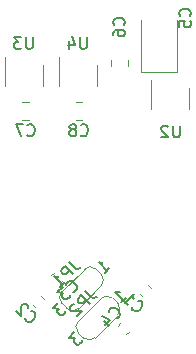
<source format=gbr>
G04 #@! TF.GenerationSoftware,KiCad,Pcbnew,(5.1.9-0-10_14)*
G04 #@! TF.CreationDate,2021-04-21T19:16:31+02:00*
G04 #@! TF.ProjectId,xilinx-cpld-breakout,78696c69-6e78-42d6-9370-6c642d627265,rev?*
G04 #@! TF.SameCoordinates,Original*
G04 #@! TF.FileFunction,Legend,Bot*
G04 #@! TF.FilePolarity,Positive*
%FSLAX46Y46*%
G04 Gerber Fmt 4.6, Leading zero omitted, Abs format (unit mm)*
G04 Created by KiCad (PCBNEW (5.1.9-0-10_14)) date 2021-04-21 19:16:31*
%MOMM*%
%LPD*%
G01*
G04 APERTURE LIST*
%ADD10C,0.120000*%
%ADD11C,0.150000*%
G04 APERTURE END LIST*
D10*
X110230431Y-136426318D02*
X110023578Y-136633171D01*
X109509182Y-135705069D02*
X109302329Y-135911922D01*
X104308000Y-115601500D02*
X104308000Y-113151500D01*
X107528000Y-113801500D02*
X107528000Y-115601500D01*
X99797000Y-115601500D02*
X99797000Y-113151500D01*
X103017000Y-113801500D02*
X103017000Y-115601500D01*
X112116000Y-117570000D02*
X112116000Y-115120000D01*
X115336000Y-115770000D02*
X115336000Y-117570000D01*
X107915343Y-133557944D02*
X105935444Y-135537843D01*
X105970799Y-136492437D02*
X106395063Y-136916701D01*
X107349657Y-136952056D02*
X109329556Y-134972157D01*
X109294201Y-134017563D02*
X108869937Y-133593299D01*
X108869937Y-133593299D02*
G75*
G03*
X107879987Y-133593299I-494975J-494975D01*
G01*
X109294201Y-135007513D02*
G75*
G03*
X109294201Y-134017563I-494975J494975D01*
G01*
X106395063Y-136916701D02*
G75*
G03*
X107385013Y-136916701I494975J494975D01*
G01*
X105970799Y-135502487D02*
G75*
G03*
X105970799Y-136492437I494975J-494975D01*
G01*
X106518343Y-131081444D02*
X104538444Y-133061343D01*
X104573799Y-134015937D02*
X104998063Y-134440201D01*
X105952657Y-134475556D02*
X107932556Y-132495657D01*
X107897201Y-131541063D02*
X107472937Y-131116799D01*
X107472937Y-131116799D02*
G75*
G03*
X106482987Y-131116799I-494975J-494975D01*
G01*
X107897201Y-132531013D02*
G75*
G03*
X107897201Y-131541063I-494975J494975D01*
G01*
X104998063Y-134440201D02*
G75*
G03*
X105988013Y-134440201I494975J494975D01*
G01*
X104573799Y-133025987D02*
G75*
G03*
X104573799Y-134015937I494975J-494975D01*
G01*
X105741748Y-116994000D02*
X106264252Y-116994000D01*
X105741748Y-118464000D02*
X106264252Y-118464000D01*
X101233248Y-116994000D02*
X101755752Y-116994000D01*
X101233248Y-118464000D02*
X101755752Y-118464000D01*
X108739000Y-113904752D02*
X108739000Y-113382248D01*
X110209000Y-113904752D02*
X110209000Y-113382248D01*
X111266000Y-114395000D02*
X111266000Y-110010000D01*
X114286000Y-114395000D02*
X111266000Y-114395000D01*
X114286000Y-110010000D02*
X114286000Y-114395000D01*
X103675949Y-131632302D02*
X103882802Y-131425449D01*
X104397198Y-132353551D02*
X104604051Y-132146698D01*
X102834818Y-133419069D02*
X103041671Y-133625922D01*
X102113569Y-134140318D02*
X102320422Y-134347171D01*
X111890198Y-132504949D02*
X112097051Y-132711802D01*
X111168949Y-133226198D02*
X111375802Y-133433051D01*
D11*
X109125606Y-135292644D02*
X109192949Y-135292644D01*
X109327636Y-135225300D01*
X109394980Y-135157957D01*
X109462323Y-135023269D01*
X109462323Y-134888582D01*
X109428652Y-134787567D01*
X109327636Y-134619208D01*
X109226621Y-134518193D01*
X109058262Y-134417178D01*
X108957247Y-134383506D01*
X108822560Y-134383506D01*
X108687873Y-134450850D01*
X108620529Y-134518193D01*
X108553186Y-134652880D01*
X108553186Y-134720224D01*
X108115453Y-135494674D02*
X108586858Y-135966079D01*
X108014438Y-135056941D02*
X108687873Y-135393659D01*
X108250140Y-135831392D01*
X106679904Y-111466380D02*
X106679904Y-112275904D01*
X106632285Y-112371142D01*
X106584666Y-112418761D01*
X106489428Y-112466380D01*
X106298952Y-112466380D01*
X106203714Y-112418761D01*
X106156095Y-112371142D01*
X106108476Y-112275904D01*
X106108476Y-111466380D01*
X105203714Y-111799714D02*
X105203714Y-112466380D01*
X105441809Y-111418761D02*
X105679904Y-112133047D01*
X105060857Y-112133047D01*
X102107904Y-111466380D02*
X102107904Y-112275904D01*
X102060285Y-112371142D01*
X102012666Y-112418761D01*
X101917428Y-112466380D01*
X101726952Y-112466380D01*
X101631714Y-112418761D01*
X101584095Y-112371142D01*
X101536476Y-112275904D01*
X101536476Y-111466380D01*
X101155523Y-111466380D02*
X100536476Y-111466380D01*
X100869809Y-111847333D01*
X100726952Y-111847333D01*
X100631714Y-111894952D01*
X100584095Y-111942571D01*
X100536476Y-112037809D01*
X100536476Y-112275904D01*
X100584095Y-112371142D01*
X100631714Y-112418761D01*
X100726952Y-112466380D01*
X101012666Y-112466380D01*
X101107904Y-112418761D01*
X101155523Y-112371142D01*
X114553904Y-118959380D02*
X114553904Y-119768904D01*
X114506285Y-119864142D01*
X114458666Y-119911761D01*
X114363428Y-119959380D01*
X114172952Y-119959380D01*
X114077714Y-119911761D01*
X114030095Y-119864142D01*
X113982476Y-119768904D01*
X113982476Y-118959380D01*
X113553904Y-119054619D02*
X113506285Y-119007000D01*
X113411047Y-118959380D01*
X113172952Y-118959380D01*
X113077714Y-119007000D01*
X113030095Y-119054619D01*
X112982476Y-119149857D01*
X112982476Y-119245095D01*
X113030095Y-119387952D01*
X113601523Y-119959380D01*
X112982476Y-119959380D01*
X106561738Y-133005727D02*
X107066814Y-133510803D01*
X107201501Y-133578146D01*
X107336188Y-133578146D01*
X107470875Y-133510803D01*
X107538219Y-133443459D01*
X106932127Y-134049551D02*
X106225020Y-133342444D01*
X105955646Y-133611818D01*
X105921975Y-133712833D01*
X105921975Y-133780177D01*
X105955646Y-133881192D01*
X106056662Y-133982207D01*
X106157677Y-134015879D01*
X106225020Y-134015879D01*
X106326036Y-133982208D01*
X106595410Y-133712833D01*
X105618929Y-134083223D02*
X105551585Y-134083223D01*
X105450570Y-134116895D01*
X105282211Y-134285253D01*
X105248540Y-134386269D01*
X105248540Y-134453612D01*
X105282211Y-134554627D01*
X105349555Y-134621971D01*
X105484242Y-134689314D01*
X106292364Y-134689314D01*
X105854631Y-135127047D01*
X109588829Y-133938434D02*
X109992890Y-133534373D01*
X109790859Y-133736403D02*
X109083752Y-133029296D01*
X109252111Y-133062968D01*
X109386798Y-133062968D01*
X109487813Y-133029296D01*
X105642499Y-136470550D02*
X105204766Y-136908283D01*
X105709842Y-136941955D01*
X105608827Y-137042970D01*
X105575155Y-137143985D01*
X105575155Y-137211329D01*
X105608827Y-137312344D01*
X105777186Y-137480703D01*
X105878201Y-137514374D01*
X105945544Y-137514374D01*
X106046560Y-137480703D01*
X106248590Y-137278672D01*
X106282262Y-137177657D01*
X106282262Y-137110313D01*
X105164738Y-130529227D02*
X105669814Y-131034303D01*
X105804501Y-131101646D01*
X105939188Y-131101646D01*
X106073875Y-131034303D01*
X106141219Y-130966959D01*
X105535127Y-131573051D02*
X104828020Y-130865944D01*
X104558646Y-131135318D01*
X104524975Y-131236333D01*
X104524975Y-131303677D01*
X104558646Y-131404692D01*
X104659662Y-131505707D01*
X104760677Y-131539379D01*
X104828020Y-131539379D01*
X104929036Y-131505708D01*
X105198410Y-131236333D01*
X104457631Y-132650547D02*
X104861692Y-132246486D01*
X104659662Y-132448517D02*
X103952555Y-131741410D01*
X104120914Y-131775082D01*
X104255601Y-131775082D01*
X104356616Y-131741410D01*
X108191829Y-131461934D02*
X108595890Y-131057873D01*
X108393859Y-131259903D02*
X107686752Y-130552796D01*
X107855111Y-130586468D01*
X107989798Y-130586468D01*
X108090813Y-130552796D01*
X104245499Y-133994050D02*
X103807766Y-134431783D01*
X104312842Y-134465455D01*
X104211827Y-134566470D01*
X104178155Y-134667485D01*
X104178155Y-134734829D01*
X104211827Y-134835844D01*
X104380186Y-135004203D01*
X104481201Y-135037874D01*
X104548544Y-135037874D01*
X104649560Y-135004203D01*
X104851590Y-134802172D01*
X104885262Y-134701157D01*
X104885262Y-134633813D01*
X106169666Y-119766142D02*
X106217285Y-119813761D01*
X106360142Y-119861380D01*
X106455380Y-119861380D01*
X106598238Y-119813761D01*
X106693476Y-119718523D01*
X106741095Y-119623285D01*
X106788714Y-119432809D01*
X106788714Y-119289952D01*
X106741095Y-119099476D01*
X106693476Y-119004238D01*
X106598238Y-118909000D01*
X106455380Y-118861380D01*
X106360142Y-118861380D01*
X106217285Y-118909000D01*
X106169666Y-118956619D01*
X105598238Y-119289952D02*
X105693476Y-119242333D01*
X105741095Y-119194714D01*
X105788714Y-119099476D01*
X105788714Y-119051857D01*
X105741095Y-118956619D01*
X105693476Y-118909000D01*
X105598238Y-118861380D01*
X105407761Y-118861380D01*
X105312523Y-118909000D01*
X105264904Y-118956619D01*
X105217285Y-119051857D01*
X105217285Y-119099476D01*
X105264904Y-119194714D01*
X105312523Y-119242333D01*
X105407761Y-119289952D01*
X105598238Y-119289952D01*
X105693476Y-119337571D01*
X105741095Y-119385190D01*
X105788714Y-119480428D01*
X105788714Y-119670904D01*
X105741095Y-119766142D01*
X105693476Y-119813761D01*
X105598238Y-119861380D01*
X105407761Y-119861380D01*
X105312523Y-119813761D01*
X105264904Y-119766142D01*
X105217285Y-119670904D01*
X105217285Y-119480428D01*
X105264904Y-119385190D01*
X105312523Y-119337571D01*
X105407761Y-119289952D01*
X101661166Y-119766142D02*
X101708785Y-119813761D01*
X101851642Y-119861380D01*
X101946880Y-119861380D01*
X102089738Y-119813761D01*
X102184976Y-119718523D01*
X102232595Y-119623285D01*
X102280214Y-119432809D01*
X102280214Y-119289952D01*
X102232595Y-119099476D01*
X102184976Y-119004238D01*
X102089738Y-118909000D01*
X101946880Y-118861380D01*
X101851642Y-118861380D01*
X101708785Y-118909000D01*
X101661166Y-118956619D01*
X101327833Y-118861380D02*
X100661166Y-118861380D01*
X101089738Y-119861380D01*
X109831142Y-110450333D02*
X109878761Y-110402714D01*
X109926380Y-110259857D01*
X109926380Y-110164619D01*
X109878761Y-110021761D01*
X109783523Y-109926523D01*
X109688285Y-109878904D01*
X109497809Y-109831285D01*
X109354952Y-109831285D01*
X109164476Y-109878904D01*
X109069238Y-109926523D01*
X108974000Y-110021761D01*
X108926380Y-110164619D01*
X108926380Y-110259857D01*
X108974000Y-110402714D01*
X109021619Y-110450333D01*
X108926380Y-111307476D02*
X108926380Y-111117000D01*
X108974000Y-111021761D01*
X109021619Y-110974142D01*
X109164476Y-110878904D01*
X109354952Y-110831285D01*
X109735904Y-110831285D01*
X109831142Y-110878904D01*
X109878761Y-110926523D01*
X109926380Y-111021761D01*
X109926380Y-111212238D01*
X109878761Y-111307476D01*
X109831142Y-111355095D01*
X109735904Y-111402714D01*
X109497809Y-111402714D01*
X109402571Y-111355095D01*
X109354952Y-111307476D01*
X109307333Y-111212238D01*
X109307333Y-111021761D01*
X109354952Y-110926523D01*
X109402571Y-110878904D01*
X109497809Y-110831285D01*
X115419142Y-109688333D02*
X115466761Y-109640714D01*
X115514380Y-109497857D01*
X115514380Y-109402619D01*
X115466761Y-109259761D01*
X115371523Y-109164523D01*
X115276285Y-109116904D01*
X115085809Y-109069285D01*
X114942952Y-109069285D01*
X114752476Y-109116904D01*
X114657238Y-109164523D01*
X114562000Y-109259761D01*
X114514380Y-109402619D01*
X114514380Y-109497857D01*
X114562000Y-109640714D01*
X114609619Y-109688333D01*
X114514380Y-110593095D02*
X114514380Y-110116904D01*
X114990571Y-110069285D01*
X114942952Y-110116904D01*
X114895333Y-110212142D01*
X114895333Y-110450238D01*
X114942952Y-110545476D01*
X114990571Y-110593095D01*
X115085809Y-110640714D01*
X115323904Y-110640714D01*
X115419142Y-110593095D01*
X115466761Y-110545476D01*
X115514380Y-110450238D01*
X115514380Y-110212142D01*
X115466761Y-110116904D01*
X115419142Y-110069285D01*
X105521552Y-133035350D02*
X105588895Y-133035350D01*
X105723582Y-132968006D01*
X105790926Y-132900663D01*
X105858269Y-132765975D01*
X105858269Y-132631288D01*
X105824598Y-132530273D01*
X105723582Y-132361914D01*
X105622567Y-132260899D01*
X105454208Y-132159884D01*
X105353193Y-132126212D01*
X105218506Y-132126212D01*
X105083819Y-132193556D01*
X105016475Y-132260899D01*
X104949132Y-132395586D01*
X104949132Y-132462930D01*
X104646086Y-132631288D02*
X104208353Y-133069021D01*
X104713430Y-133102693D01*
X104612414Y-133203708D01*
X104578743Y-133304724D01*
X104578743Y-133372067D01*
X104612414Y-133473082D01*
X104780773Y-133641441D01*
X104881788Y-133675113D01*
X104949132Y-133675113D01*
X105050147Y-133641441D01*
X105252178Y-133439411D01*
X105285850Y-133338395D01*
X105285850Y-133271052D01*
X101431769Y-135264672D02*
X101431769Y-135332015D01*
X101499113Y-135466702D01*
X101566457Y-135534046D01*
X101701144Y-135601389D01*
X101835831Y-135601389D01*
X101936846Y-135567718D01*
X102105205Y-135466702D01*
X102206220Y-135365687D01*
X102307235Y-135197328D01*
X102340907Y-135096313D01*
X102340907Y-134961626D01*
X102273563Y-134826939D01*
X102206220Y-134759595D01*
X102071533Y-134692252D01*
X102004189Y-134692252D01*
X101734815Y-134422878D02*
X101734815Y-134355534D01*
X101701144Y-134254519D01*
X101532785Y-134086160D01*
X101431769Y-134052489D01*
X101364426Y-134052489D01*
X101263411Y-134086160D01*
X101196067Y-134153504D01*
X101128724Y-134288191D01*
X101128724Y-135096313D01*
X100690991Y-134658580D01*
X110487149Y-134350552D02*
X110487149Y-134417895D01*
X110554493Y-134552582D01*
X110621837Y-134619926D01*
X110756524Y-134687269D01*
X110891211Y-134687269D01*
X110992226Y-134653598D01*
X111160585Y-134552582D01*
X111261600Y-134451567D01*
X111362615Y-134283208D01*
X111396287Y-134182193D01*
X111396287Y-134047506D01*
X111328943Y-133912819D01*
X111261600Y-133845475D01*
X111126913Y-133778132D01*
X111059569Y-133778132D01*
X109746371Y-133744460D02*
X110150432Y-134148521D01*
X109948401Y-133946491D02*
X110655508Y-133239384D01*
X110621837Y-133407743D01*
X110621837Y-133542430D01*
X110655508Y-133643445D01*
M02*

</source>
